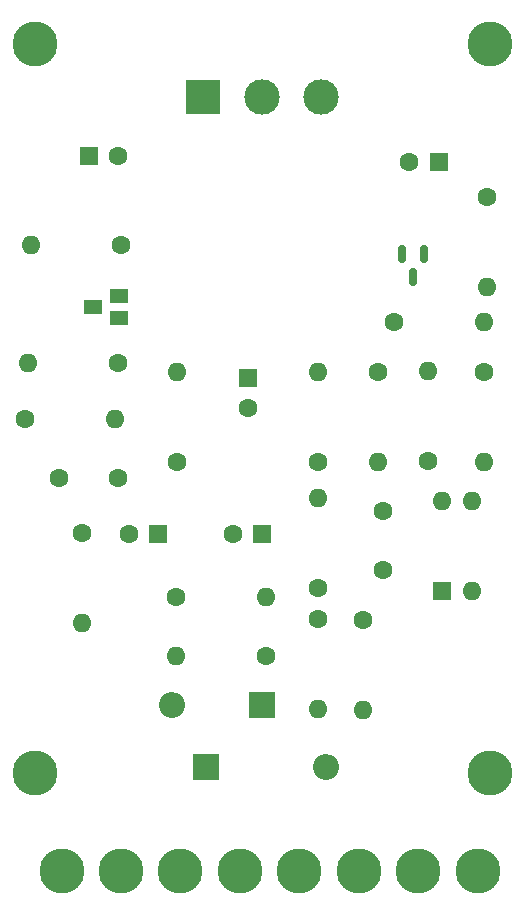
<source format=gbr>
%TF.GenerationSoftware,KiCad,Pcbnew,8.0.7-1.fc41*%
%TF.CreationDate,2025-04-02T21:11:19-07:00*%
%TF.ProjectId,EP-Booster,45502d42-6f6f-4737-9465-722e6b696361,rev?*%
%TF.SameCoordinates,Original*%
%TF.FileFunction,Soldermask,Top*%
%TF.FilePolarity,Negative*%
%FSLAX46Y46*%
G04 Gerber Fmt 4.6, Leading zero omitted, Abs format (unit mm)*
G04 Created by KiCad (PCBNEW 8.0.7-1.fc41) date 2025-04-02 21:11:19*
%MOMM*%
%LPD*%
G01*
G04 APERTURE LIST*
G04 Aperture macros list*
%AMRoundRect*
0 Rectangle with rounded corners*
0 $1 Rounding radius*
0 $2 $3 $4 $5 $6 $7 $8 $9 X,Y pos of 4 corners*
0 Add a 4 corners polygon primitive as box body*
4,1,4,$2,$3,$4,$5,$6,$7,$8,$9,$2,$3,0*
0 Add four circle primitives for the rounded corners*
1,1,$1+$1,$2,$3*
1,1,$1+$1,$4,$5*
1,1,$1+$1,$6,$7*
1,1,$1+$1,$8,$9*
0 Add four rect primitives between the rounded corners*
20,1,$1+$1,$2,$3,$4,$5,0*
20,1,$1+$1,$4,$5,$6,$7,0*
20,1,$1+$1,$6,$7,$8,$9,0*
20,1,$1+$1,$8,$9,$2,$3,0*%
G04 Aperture macros list end*
%ADD10C,3.800000*%
%ADD11C,2.600000*%
%ADD12RoundRect,0.150000X-0.150000X0.587500X-0.150000X-0.587500X0.150000X-0.587500X0.150000X0.587500X0*%
%ADD13C,1.600000*%
%ADD14O,1.600000X1.600000*%
%ADD15R,2.200000X2.200000*%
%ADD16O,2.200000X2.200000*%
%ADD17R,1.600000X1.600000*%
%ADD18RoundRect,0.102000X0.700000X-0.500000X0.700000X0.500000X-0.700000X0.500000X-0.700000X-0.500000X0*%
%ADD19R,3.000000X3.000000*%
%ADD20C,3.000000*%
G04 APERTURE END LIST*
D10*
%TO.C,H12*%
X162250000Y-88750000D03*
%TD*%
%TO.C,H11*%
X123750000Y-88750000D03*
%TD*%
%TO.C,H10*%
X162250000Y-27000000D03*
%TD*%
%TO.C,H9*%
X123750000Y-27000000D03*
%TD*%
%TO.C,H2*%
X126000000Y-97000000D03*
D11*
X126000000Y-97000000D03*
%TD*%
D10*
%TO.C,H3*%
X161250000Y-97000000D03*
D11*
X161250000Y-97000000D03*
%TD*%
D12*
%TO.C,Q2*%
X156700000Y-44812500D03*
X154800000Y-44812500D03*
X155750000Y-46687500D03*
%TD*%
D10*
%TO.C,H8*%
X146142856Y-97000000D03*
D11*
X146142856Y-97000000D03*
%TD*%
D13*
%TO.C,R14*%
X154190000Y-50500000D03*
D14*
X161810000Y-50500000D03*
%TD*%
D13*
%TO.C,C3*%
X125750000Y-63750000D03*
X130750000Y-63750000D03*
%TD*%
D10*
%TO.C,H1*%
X151178570Y-97000000D03*
D11*
X151178570Y-97000000D03*
%TD*%
D13*
%TO.C,R6*%
X122940000Y-58750000D03*
D14*
X130560000Y-58750000D03*
%TD*%
D13*
%TO.C,R2*%
X151500000Y-75750000D03*
D14*
X151500000Y-83370000D03*
%TD*%
D15*
%TO.C,D2*%
X143000000Y-83000000D03*
D16*
X135380000Y-83000000D03*
%TD*%
D13*
%TO.C,R15*%
X161750000Y-54750000D03*
D14*
X161750000Y-62370000D03*
%TD*%
D17*
%TO.C,C2*%
X143000000Y-68500000D03*
D13*
X140500000Y-68500000D03*
%TD*%
D10*
%TO.C,H5*%
X131035714Y-97000000D03*
D11*
X131035714Y-97000000D03*
%TD*%
D10*
%TO.C,H7*%
X141107142Y-97000000D03*
D11*
X141107142Y-97000000D03*
%TD*%
D13*
%TO.C,R12*%
X147750000Y-73060000D03*
D14*
X147750000Y-65440000D03*
%TD*%
%TO.C,R13*%
X162000000Y-47560000D03*
D13*
X162000000Y-39940000D03*
%TD*%
%TO.C,R3*%
X135720000Y-73794888D03*
D14*
X143340000Y-73794888D03*
%TD*%
D13*
%TO.C,R9*%
X135750000Y-62370000D03*
D14*
X135750000Y-54750000D03*
%TD*%
D13*
%TO.C,R1*%
X147750000Y-75690000D03*
D14*
X147750000Y-83310000D03*
%TD*%
D17*
%TO.C,SW1*%
X158250000Y-73300000D03*
D14*
X160790000Y-73300000D03*
X160790000Y-65680000D03*
X158250000Y-65680000D03*
%TD*%
D13*
%TO.C,R11*%
X152800000Y-54800000D03*
D14*
X152800000Y-62420000D03*
%TD*%
D13*
%TO.C,R4*%
X143340000Y-78794888D03*
D14*
X135720000Y-78794888D03*
%TD*%
D18*
%TO.C,Q1*%
X130850000Y-50200000D03*
X130850000Y-48300000D03*
X128650000Y-49250000D03*
%TD*%
D17*
%TO.C,C7*%
X128294888Y-36500000D03*
D13*
X130794888Y-36500000D03*
%TD*%
%TO.C,R10*%
X147753332Y-62420000D03*
D14*
X147753332Y-54800000D03*
%TD*%
D13*
%TO.C,R8*%
X131060000Y-44000000D03*
D14*
X123440000Y-44000000D03*
%TD*%
D13*
%TO.C,R5*%
X127750000Y-68440000D03*
D14*
X127750000Y-76060000D03*
%TD*%
D10*
%TO.C,H6*%
X136071428Y-97000000D03*
D11*
X136071428Y-97000000D03*
%TD*%
D15*
%TO.C,D1*%
X138250000Y-88250000D03*
D16*
X148410000Y-88250000D03*
%TD*%
D10*
%TO.C,H4*%
X156214284Y-97000000D03*
D11*
X156214284Y-97000000D03*
%TD*%
D13*
%TO.C,R7*%
X130750000Y-54000000D03*
D14*
X123130000Y-54000000D03*
%TD*%
D13*
%TO.C,C6*%
X155455112Y-37000000D03*
D17*
X157955112Y-37000000D03*
%TD*%
%TO.C,C1*%
X134205113Y-68500000D03*
D13*
X131705113Y-68500000D03*
%TD*%
D19*
%TO.C,RV1*%
X138000000Y-31500000D03*
D20*
X143000000Y-31500000D03*
X148000000Y-31500000D03*
%TD*%
D13*
%TO.C,C5*%
X153250000Y-71500000D03*
X153250000Y-66500000D03*
%TD*%
%TO.C,R16*%
X157000000Y-62310000D03*
D14*
X157000000Y-54690000D03*
%TD*%
D17*
%TO.C,C4*%
X141751666Y-55289775D03*
D13*
X141751666Y-57789775D03*
%TD*%
M02*

</source>
